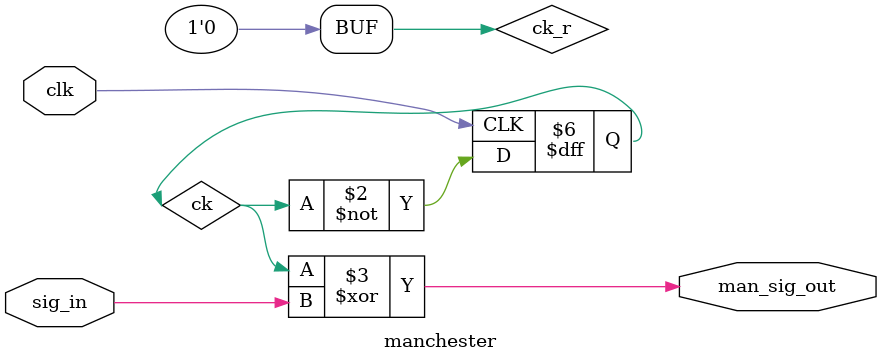
<source format=v>

`timescale 1ns / 1ps
module manchester (
    input  clk,
    input  sig_in,
    output man_sig_out
);

reg ck   = 0;
reg ck_r = 0;
always @(posedge clk) begin
    ck <= ck_r;
    ck <= ~ ck;
end

assign man_sig_out = ck ^ sig_in;

endmodule

</source>
